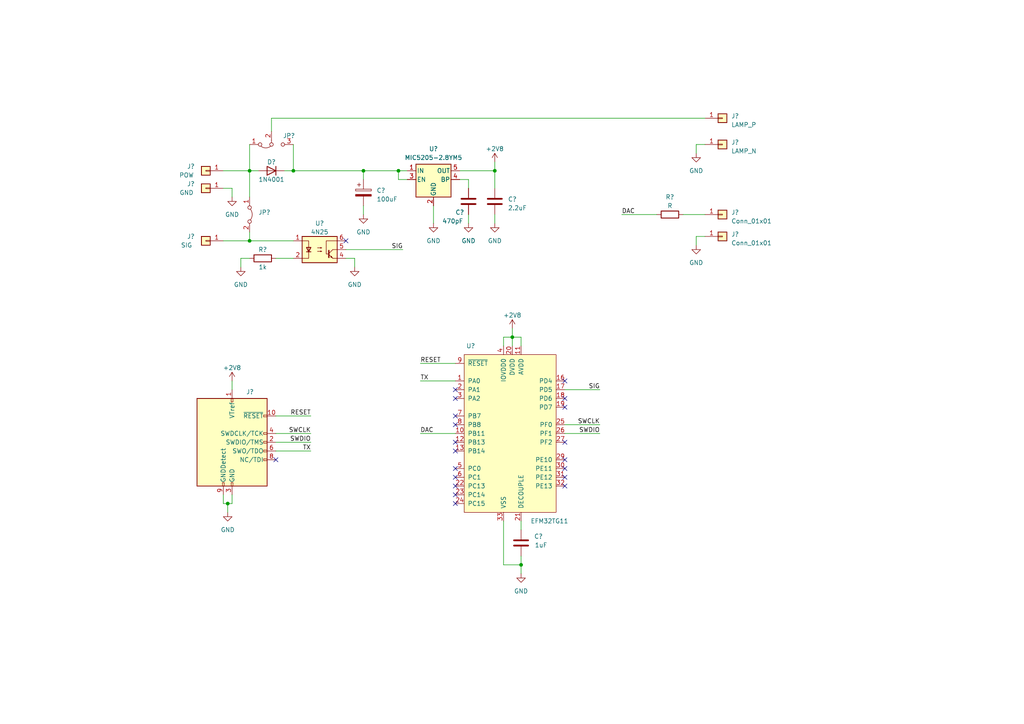
<source format=kicad_sch>
(kicad_sch (version 20210406) (generator eeschema)
  (paper "A4")
  (title_block (title "K184 VDO Tach") (date "2021-09-09") (rev "1.0") (company "perigoso"))
  (lib_symbols
    (symbol "Connector:Conn_ARM_JTAG_SWD_10" (pin_names (offset 1.016))
      (property "Reference" "J" (at -2.54 16.51 0))
      (property "Value" "Conn_ARM_JTAG_SWD_10" (at -2.54 13.97 0))
      (symbol "Conn_ARM_JTAG_SWD_10_0_1"
        (rectangle (start -2.794 -12.7) (end -2.286 -11.684))
        (rectangle (start -0.254 -12.7) (end 0.254 -11.684))
        (rectangle (start -0.254 12.7) (end 0.254 11.684))
        (rectangle (start 9.144 2.286) (end 10.16 2.794))
        (rectangle (start 10.16 -2.794) (end 9.144 -2.286))
        (rectangle (start 10.16 -0.254) (end 9.144 0.254))
        (rectangle (start 10.16 7.874) (end 9.144 7.366))
        (rectangle (start -10.16 12.7) (end 10.16 -12.7) (stroke (width 0.254)) (fill (type background)))
      )
      (symbol "Conn_ARM_JTAG_SWD_10_1_1"
        (rectangle (start 9.144 -5.334) (end 10.16 -4.826))
        (pin power_in line (at 0 15.24 270) (length 2.54) (name "VTref") (number "1"))
        (pin open_collector line (at 12.7 7.62 180) (length 2.54) (name "~RESET~") (number "10"))
        (pin bidirectional line (at 12.7 0 180) (length 2.54) (name "SWDIO/TMS") (number "2"))
        (pin power_in line (at 0 -15.24 90) (length 2.54) (name "GND") (number "3"))
        (pin output line (at 12.7 2.54 180) (length 2.54) (name "SWDCLK/TCK") (number "4"))
        (pin passive line (at 0 -15.24 90) (length 2.54) hide (name "GND") (number "5"))
        (pin input line (at 12.7 -2.54 180) (length 2.54) (name "SWO/TDO") (number "6"))
        (pin no_connect line (at -10.16 0 0) (length 2.54) hide (name "KEY") (number "7"))
        (pin output line (at 12.7 -5.08 180) (length 2.54) (name "NC/TDI") (number "8"))
        (pin passive line (at -2.54 -15.24 90) (length 2.54) (name "GNDDetect") (number "9"))
      )
    )
    (symbol "Connector_Generic:Conn_01x01" (pin_names (offset 1.016) hide)
      (property "Reference" "J" (at 0 2.54 0))
      (property "Value" "Conn_01x01" (at 0 -2.54 0))
      (symbol "Conn_01x01_1_1"
        (rectangle (start -1.27 0.127) (end 0 -0.127) (stroke (width 0.1524)))
        (rectangle (start -1.27 1.27) (end 1.27 -1.27) (stroke (width 0.254)) (fill (type background)))
        (pin passive line (at -5.08 0 0) (length 3.81) (name "Pin_1") (number "1"))
      )
    )
    (symbol "Device:C" (pin_numbers hide) (pin_names (offset 0.254))
      (property "Reference" "C" (at 0.635 2.54 0))
      (property "Value" "C" (at 0.635 -2.54 0))
      (symbol "C_0_1"
        (polyline (pts (xy -2.032 -0.762) (xy 2.032 -0.762)) (stroke (width 0.508)))
        (polyline (pts (xy -2.032 0.762) (xy 2.032 0.762)) (stroke (width 0.508)))
      )
      (symbol "C_1_1"
        (pin passive line (at 0 3.81 270) (length 2.794) (name "~") (number "1"))
        (pin passive line (at 0 -3.81 90) (length 2.794) (name "~") (number "2"))
      )
    )
    (symbol "Device:C_Polarized" (pin_numbers hide) (pin_names (offset 0.254))
      (property "Reference" "C" (at 0.635 2.54 0))
      (property "Value" "C_Polarized" (at 0.635 -2.54 0))
      (symbol "C_Polarized_0_1"
        (rectangle (start -2.286 0.508) (end 2.286 1.016))
        (rectangle (start 2.286 -0.508) (end -2.286 -1.016) (fill (type outline)))
        (polyline (pts (xy -1.778 2.286) (xy -0.762 2.286)))
        (polyline (pts (xy -1.27 2.794) (xy -1.27 1.778)))
      )
      (symbol "C_Polarized_1_1"
        (pin passive line (at 0 3.81 270) (length 2.794) (name "~") (number "1"))
        (pin passive line (at 0 -3.81 90) (length 2.794) (name "~") (number "2"))
      )
    )
    (symbol "Device:R" (pin_numbers hide) (pin_names (offset 0))
      (property "Reference" "R" (at 2.032 0 90))
      (property "Value" "R" (at 0 0 90))
      (symbol "R_0_1"
        (rectangle (start -1.016 -2.54) (end 1.016 2.54) (stroke (width 0.254)))
      )
      (symbol "R_1_1"
        (pin passive line (at 0 3.81 270) (length 1.27) (name "~") (number "1"))
        (pin passive line (at 0 -3.81 90) (length 1.27) (name "~") (number "2"))
      )
    )
    (symbol "Diode:1N4001" (pin_numbers hide) (pin_names (offset 1.016) hide)
      (property "Reference" "D" (at 0 2.54 0))
      (property "Value" "1N4001" (at 0 -2.54 0))
      (symbol "1N4001_0_1"
        (polyline (pts (xy -1.27 1.27) (xy -1.27 -1.27)) (stroke (width 0.254)))
        (polyline (pts (xy 1.27 0) (xy -1.27 0)))
        (polyline (pts (xy 1.27 1.27) (xy 1.27 -1.27) (xy -1.27 0) (xy 1.27 1.27)) (stroke (width 0.254)))
      )
      (symbol "1N4001_1_1"
        (pin passive line (at -3.81 0 0) (length 2.54) (name "K") (number "1"))
        (pin passive line (at 3.81 0 180) (length 2.54) (name "A") (number "2"))
      )
    )
    (symbol "Isolator:4N25" (pin_names (offset 1.016))
      (property "Reference" "U" (at -5.08 5.08 0))
      (property "Value" "4N25" (at 0 5.08 0))
      (symbol "4N25_0_1"
        (rectangle (start -5.08 3.81) (end 5.08 -3.81) (stroke (width 0.254)) (fill (type background)))
        (polyline (pts (xy -3.81 -0.635) (xy -2.54 -0.635)) (stroke (width 0.254)))
        (polyline (pts (xy 2.667 -1.397) (xy 3.81 -2.54)))
        (polyline (pts (xy 2.667 -1.143) (xy 3.81 0)))
        (polyline (pts (xy 3.81 -2.54) (xy 5.08 -2.54)))
        (polyline (pts (xy 3.81 0) (xy 5.08 0)))
        (polyline (pts (xy 2.667 -0.254) (xy 2.667 -2.286) (xy 2.667 -2.286)) (stroke (width 0.3556)))
        (polyline (pts (xy -5.08 -2.54) (xy -3.175 -2.54) (xy -3.175 2.54) (xy -5.08 2.54)))
        (polyline (pts (xy -3.175 -0.635) (xy -3.81 0.635) (xy -2.54 0.635) (xy -3.175 -0.635)) (stroke (width 0.254)))
        (polyline (pts (xy 3.683 -2.413) (xy 3.429 -1.905) (xy 3.175 -2.159) (xy 3.683 -2.413)))
        (polyline (pts (xy 5.08 2.54) (xy 1.905 2.54) (xy 1.905 -1.27) (xy 2.54 -1.27)))
        (polyline (pts (xy -0.635 -0.508) (xy 0.635 -0.508) (xy 0.254 -0.635) (xy 0.254 -0.381) (xy 0.635 -0.508)))
        (polyline (pts (xy -0.635 0.508) (xy 0.635 0.508) (xy 0.254 0.381) (xy 0.254 0.635) (xy 0.635 0.508)))
      )
      (symbol "4N25_1_1"
        (pin passive line (at -7.62 2.54 0) (length 2.54) (name "~") (number "1"))
        (pin passive line (at -7.62 -2.54 0) (length 2.54) (name "~") (number "2"))
        (pin no_connect line (at -5.08 0 0) (length 2.54) hide (name "NC") (number "3"))
        (pin passive line (at 7.62 -2.54 180) (length 2.54) (name "~") (number "4"))
        (pin passive line (at 7.62 0 180) (length 2.54) (name "~") (number "5"))
        (pin passive line (at 7.62 2.54 180) (length 2.54) (name "~") (number "6"))
      )
    )
    (symbol "Jumper:Jumper_2_Bridged" (pin_names (offset 0) hide)
      (property "Reference" "JP" (at 0 1.905 0))
      (property "Value" "Jumper_2_Bridged" (at 0 -2.54 0))
      (symbol "Jumper_2_Bridged_0_0"
        (circle (center -2.032 0) (radius 0.508))
        (circle (center 2.032 0) (radius 0.508))
      )
      (symbol "Jumper_2_Bridged_0_1"
        (arc (start -1.524 0.254) (end 1.524 0.254) (radius (at 0 -1.778) (length 2.54) (angles 126.9 53.1)))
      )
      (symbol "Jumper_2_Bridged_1_1"
        (pin passive line (at -5.08 0 0) (length 2.54) (name "A") (number "1"))
        (pin passive line (at 5.08 0 180) (length 2.54) (name "B") (number "2"))
      )
    )
    (symbol "Jumper:Jumper_3_Bridged12" (pin_names (offset 0) hide)
      (property "Reference" "JP" (at -2.54 -2.54 0))
      (property "Value" "Jumper_3_Bridged12" (at 0 2.794 0))
      (symbol "Jumper_3_Bridged12_0_0"
        (circle (center -3.302 0) (radius 0.508))
        (circle (center 0 0) (radius 0.508))
        (circle (center 3.302 0) (radius 0.508))
      )
      (symbol "Jumper_3_Bridged12_0_1"
        (arc (start -3.048 0.508) (end -0.254 0.508) (radius (at -1.651 -1.27) (length 2.2606) (angles 128.2 51.8)))
        (polyline (pts (xy 0 -1.27) (xy 0 -0.508)))
      )
      (symbol "Jumper_3_Bridged12_1_1"
        (pin passive line (at -6.35 0 0) (length 2.54) (name "A") (number "1"))
        (pin input line (at 0 -3.81 90) (length 2.54) (name "C") (number "2"))
        (pin passive line (at 6.35 0 180) (length 2.54) (name "B") (number "3"))
      )
    )
    (symbol "Regulator_Linear:MIC5205-2.8YM5" (pin_names (offset 0.254))
      (property "Reference" "U" (at -3.81 5.715 0))
      (property "Value" "MIC5205-2.8YM5" (at 0 5.715 0))
      (symbol "MIC5205-2.8YM5_0_1"
        (rectangle (start -5.08 4.445) (end 5.08 -5.08) (stroke (width 0.254)) (fill (type background)))
      )
      (symbol "MIC5205-2.8YM5_1_1"
        (pin power_in line (at -7.62 2.54 0) (length 2.54) (name "IN") (number "1"))
        (pin power_in line (at 0 -7.62 90) (length 2.54) (name "GND") (number "2"))
        (pin input line (at -7.62 0 0) (length 2.54) (name "EN") (number "3"))
        (pin input line (at 7.62 0 180) (length 2.54) (name "BP") (number "4"))
        (pin power_out line (at 7.62 2.54 180) (length 2.54) (name "OUT") (number "5"))
      )
    )
    (symbol "gecko:MCU_silabs_efm32_EFM32TG11B140-QFN32" (pin_names (offset 1.016))
      (property "Reference" "U" (at -13.97 -22.86 0))
      (property "Value" "MCU_silabs_efm32_EFM32TG11B140-QFN32" (at -13.97 -22.86 0))
      (symbol "MCU_silabs_efm32_EFM32TG11B140-QFN32_0_1"
        (rectangle (start -13.97 25.4) (end 12.7 -20.32) (fill (type background)))
      )
      (symbol "MCU_silabs_efm32_EFM32TG11B140-QFN32_1_1"
        (pin bidirectional line (at -16.51 17.78 0) (length 2.54) (name "PA0") (number "1"))
        (pin bidirectional line (at -16.51 2.54 0) (length 2.54) (name "PB11") (number "10"))
        (pin power_in line (at 2.54 27.94 270) (length 2.54) (name "AVDD") (number "11"))
        (pin bidirectional line (at -16.51 0 0) (length 2.54) (name "PB13") (number "12"))
        (pin bidirectional line (at -16.51 -2.54 0) (length 2.54) (name "PB14") (number "13"))
        (pin power_in line (at -2.54 27.94 270) (length 2.54) hide (name "IOVDD0") (number "14"))
        (pin power_in line (at 2.54 27.94 270) (length 2.54) hide (name "AVDD") (number "15"))
        (pin bidirectional line (at 15.24 17.78 180) (length 2.54) (name "PD4") (number "16"))
        (pin bidirectional line (at 15.24 15.24 180) (length 2.54) (name "PD5") (number "17"))
        (pin bidirectional line (at 15.24 12.7 180) (length 2.54) (name "PD6") (number "18"))
        (pin bidirectional line (at 15.24 10.16 180) (length 2.54) (name "PD7") (number "19"))
        (pin bidirectional line (at -16.51 15.24 0) (length 2.54) (name "PA1") (number "2"))
        (pin power_in line (at 0 27.94 270) (length 2.54) (name "DVDD") (number "20"))
        (pin power_out line (at 2.54 -22.86 90) (length 2.54) (name "DECOUPLE") (number "21"))
        (pin bidirectional line (at -16.51 -12.7 0) (length 2.54) (name "PC13") (number "22"))
        (pin bidirectional line (at -16.51 -15.24 0) (length 2.54) (name "PC14") (number "23"))
        (pin bidirectional line (at -16.51 -17.78 0) (length 2.54) (name "PC15") (number "24"))
        (pin bidirectional line (at 15.24 5.08 180) (length 2.54) (name "PF0") (number "25"))
        (pin bidirectional line (at 15.24 2.54 180) (length 2.54) (name "PF1") (number "26"))
        (pin bidirectional line (at 15.24 0 180) (length 2.54) (name "PF2") (number "27"))
        (pin power_in line (at -2.54 27.94 270) (length 2.54) hide (name "IOVDD0") (number "28"))
        (pin bidirectional line (at 15.24 -5.08 180) (length 2.54) (name "PE10") (number "29"))
        (pin bidirectional line (at -16.51 12.7 0) (length 2.54) (name "PA2") (number "3"))
        (pin bidirectional line (at 15.24 -7.62 180) (length 2.54) (name "PE11") (number "30"))
        (pin bidirectional line (at 15.24 -10.16 180) (length 2.54) (name "PE12") (number "31"))
        (pin bidirectional line (at 15.24 -12.7 180) (length 2.54) (name "PE13") (number "32"))
        (pin power_in line (at -2.54 -22.86 90) (length 2.54) (name "VSS") (number "33"))
        (pin power_in line (at -2.54 27.94 270) (length 2.54) (name "IOVDD0") (number "4"))
        (pin bidirectional line (at -16.51 -7.62 0) (length 2.54) (name "PC0") (number "5"))
        (pin bidirectional line (at -16.51 -10.16 0) (length 2.54) (name "PC1") (number "6"))
        (pin bidirectional line (at -16.51 7.62 0) (length 2.54) (name "PB7") (number "7"))
        (pin bidirectional line (at -16.51 5.08 0) (length 2.54) (name "PB8") (number "8"))
        (pin input line (at -16.51 22.86 0) (length 2.54) (name "~RESET") (number "9"))
      )
    )
    (symbol "power:+2V8" (power) (pin_names (offset 0))
      (property "Value" "+2V8" (at 0 3.556 0))
      (symbol "+2V8_0_1"
        (polyline (pts (xy -0.762 1.27) (xy 0 2.54)))
        (polyline (pts (xy 0 0) (xy 0 2.54)))
        (polyline (pts (xy 0 2.54) (xy 0.762 1.27)))
      )
      (symbol "+2V8_1_1"
        (pin power_in line (at 0 0 90) (length 0) hide (name "+2V8") (number "1"))
      )
    )
    (symbol "power:GND" (power) (pin_names (offset 0))
      (property "Value" "GND" (at 0 -3.81 0))
      (symbol "GND_0_1"
        (polyline (pts (xy 0 0) (xy 0 -1.27) (xy 1.27 -1.27) (xy 0 -2.54) (xy -1.27 -1.27) (xy 0 -1.27)))
      )
      (symbol "GND_1_1"
        (pin power_in line (at 0 0 270) (length 0) hide (name "GND") (number "1"))
      )
    )
  )
  (junction (at 66.04 146.05) (diameter 0.9144))
  (junction (at 72.39 49.53) (diameter 0.9144))
  (junction (at 72.39 69.85) (diameter 0.9144))
  (junction (at 85.09 49.53) (diameter 0.9144))
  (junction (at 105.41 49.53) (diameter 0.9144))
  (junction (at 115.57 49.53) (diameter 0.9144))
  (junction (at 143.51 49.53) (diameter 0.9144))
  (junction (at 148.59 97.79) (diameter 0.9144))
  (junction (at 151.13 163.83) (diameter 0.9144))
  (no_connect (at 80.01 133.35))
  (no_connect (at 100.33 69.85))
  (no_connect (at 132.08 113.03))
  (no_connect (at 132.08 115.57))
  (no_connect (at 132.08 120.65))
  (no_connect (at 132.08 123.19))
  (no_connect (at 132.08 128.27))
  (no_connect (at 132.08 130.81))
  (no_connect (at 132.08 135.89))
  (no_connect (at 132.08 138.43))
  (no_connect (at 132.08 140.97))
  (no_connect (at 132.08 143.51))
  (no_connect (at 132.08 146.05))
  (no_connect (at 163.83 110.49))
  (no_connect (at 163.83 115.57))
  (no_connect (at 163.83 118.11))
  (no_connect (at 163.83 128.27))
  (no_connect (at 163.83 133.35))
  (no_connect (at 163.83 135.89))
  (no_connect (at 163.83 138.43))
  (no_connect (at 163.83 140.97))
  (wire (pts (xy 64.77 54.61) (xy 67.31 54.61)))
  (wire (pts (xy 64.77 69.85) (xy 72.39 69.85)))
  (wire (pts (xy 64.77 143.51) (xy 64.77 146.05)))
  (wire (pts (xy 66.04 146.05) (xy 64.77 146.05)))
  (wire (pts (xy 66.04 146.05) (xy 67.31 146.05)))
  (wire (pts (xy 66.04 148.59) (xy 66.04 146.05)))
  (wire (pts (xy 67.31 54.61) (xy 67.31 57.15)))
  (wire (pts (xy 67.31 110.49) (xy 67.31 113.03)))
  (wire (pts (xy 67.31 143.51) (xy 67.31 146.05)))
  (wire (pts (xy 69.85 74.93) (xy 69.85 77.47)))
  (wire (pts (xy 69.85 74.93) (xy 72.39 74.93)))
  (wire (pts (xy 72.39 41.91) (xy 72.39 49.53)))
  (wire (pts (xy 72.39 49.53) (xy 64.77 49.53)))
  (wire (pts (xy 72.39 49.53) (xy 74.93 49.53)))
  (wire (pts (xy 72.39 57.15) (xy 72.39 49.53)))
  (wire (pts (xy 72.39 67.31) (xy 72.39 69.85)))
  (wire (pts (xy 72.39 69.85) (xy 85.09 69.85)))
  (wire (pts (xy 78.74 34.29) (xy 78.74 38.1)))
  (wire (pts (xy 78.74 34.29) (xy 204.47 34.29)))
  (wire (pts (xy 80.01 74.93) (xy 85.09 74.93)))
  (wire (pts (xy 80.01 120.65) (xy 90.17 120.65)))
  (wire (pts (xy 80.01 125.73) (xy 90.17 125.73)))
  (wire (pts (xy 80.01 128.27) (xy 90.17 128.27)))
  (wire (pts (xy 82.55 49.53) (xy 85.09 49.53)))
  (wire (pts (xy 85.09 41.91) (xy 85.09 49.53)))
  (wire (pts (xy 85.09 49.53) (xy 105.41 49.53)))
  (wire (pts (xy 90.17 130.81) (xy 80.01 130.81)))
  (wire (pts (xy 100.33 72.39) (xy 116.84 72.39)))
  (wire (pts (xy 100.33 74.93) (xy 102.87 74.93)))
  (wire (pts (xy 102.87 74.93) (xy 102.87 77.47)))
  (wire (pts (xy 105.41 49.53) (xy 105.41 52.07)))
  (wire (pts (xy 105.41 49.53) (xy 115.57 49.53)))
  (wire (pts (xy 105.41 59.69) (xy 105.41 62.23)))
  (wire (pts (xy 115.57 49.53) (xy 118.11 49.53)))
  (wire (pts (xy 115.57 52.07) (xy 115.57 49.53)))
  (wire (pts (xy 118.11 52.07) (xy 115.57 52.07)))
  (wire (pts (xy 121.92 110.49) (xy 132.08 110.49)))
  (wire (pts (xy 121.92 125.73) (xy 132.08 125.73)))
  (wire (pts (xy 125.73 59.69) (xy 125.73 64.77)))
  (wire (pts (xy 132.08 105.41) (xy 121.92 105.41)))
  (wire (pts (xy 133.35 49.53) (xy 143.51 49.53)))
  (wire (pts (xy 133.35 52.07) (xy 135.89 52.07)))
  (wire (pts (xy 135.89 52.07) (xy 135.89 54.61)))
  (wire (pts (xy 135.89 62.23) (xy 135.89 64.77)))
  (wire (pts (xy 143.51 46.99) (xy 143.51 49.53)))
  (wire (pts (xy 143.51 49.53) (xy 143.51 54.61)))
  (wire (pts (xy 143.51 62.23) (xy 143.51 64.77)))
  (wire (pts (xy 146.05 97.79) (xy 148.59 97.79)))
  (wire (pts (xy 146.05 100.33) (xy 146.05 97.79)))
  (wire (pts (xy 146.05 151.13) (xy 146.05 163.83)))
  (wire (pts (xy 146.05 163.83) (xy 151.13 163.83)))
  (wire (pts (xy 148.59 95.25) (xy 148.59 97.79)))
  (wire (pts (xy 148.59 97.79) (xy 148.59 100.33)))
  (wire (pts (xy 148.59 97.79) (xy 151.13 97.79)))
  (wire (pts (xy 151.13 97.79) (xy 151.13 100.33)))
  (wire (pts (xy 151.13 151.13) (xy 151.13 153.67)))
  (wire (pts (xy 151.13 161.29) (xy 151.13 163.83)))
  (wire (pts (xy 151.13 163.83) (xy 151.13 166.37)))
  (wire (pts (xy 163.83 113.03) (xy 173.99 113.03)))
  (wire (pts (xy 163.83 123.19) (xy 173.99 123.19)))
  (wire (pts (xy 163.83 125.73) (xy 173.99 125.73)))
  (wire (pts (xy 180.34 62.23) (xy 190.5 62.23)))
  (wire (pts (xy 198.12 62.23) (xy 204.47 62.23)))
  (wire (pts (xy 201.93 41.91) (xy 201.93 44.45)))
  (wire (pts (xy 201.93 68.58) (xy 201.93 71.12)))
  (wire (pts (xy 204.47 41.91) (xy 201.93 41.91)))
  (wire (pts (xy 204.47 68.58) (xy 201.93 68.58)))
  (label "RESET" (at 90.17 120.65 180))
  (label "SWCLK" (at 90.17 125.73 180))
  (label "SWDIO" (at 90.17 128.27 180))
  (label "TX" (at 90.17 130.81 180))
  (label "SIG" (at 116.84 72.39 180))
  (label "RESET" (at 121.92 105.41 0))
  (label "TX" (at 121.92 110.49 0))
  (label "DAC" (at 121.92 125.73 0))
  (label "SIG" (at 173.99 113.03 180))
  (label "SWCLK" (at 173.99 123.19 180))
  (label "SWDIO" (at 173.99 125.73 180))
  (label "DAC" (at 180.34 62.23 0))
  (symbol (lib_id "power:+2V8") (at 67.31 110.49 0) (unit 1)
    (property "Reference" "#PWR?" (effects hide))
    (property "Value" "+2V8" (at 67.31 106.68 0))
  )
  (symbol (lib_id "power:+2V8") (at 143.51 46.99 0) (unit 1)
    (property "Reference" "#PWR?" (effects hide))
    (property "Value" "+2V8" (at 143.51 43.18 0))
  )
  (symbol (lib_id "power:+2V8") (at 148.59 95.25 0) (unit 1)
    (property "Reference" "#PWR?" (effects hide))
    (property "Value" "+2V8" (at 148.59 91.44 0))
  )
  (symbol (lib_id "power:GND") (at 66.04 148.59 0) (unit 1)
    (property "Reference" "#PWR?" (effects hide))
    (property "Value" "GND" (at 66.04 153.67 0))
  )
  (symbol (lib_id "power:GND") (at 67.31 57.15 0) (unit 1)
    (property "Reference" "#PWR?" (effects hide))
    (property "Value" "GND" (at 67.31 62.23 0))
  )
  (symbol (lib_id "power:GND") (at 69.85 77.47 0) (unit 1)
    (property "Reference" "#PWR?" (effects hide))
    (property "Value" "GND" (at 69.85 82.55 0))
  )
  (symbol (lib_id "power:GND") (at 102.87 77.47 0) (unit 1)
    (property "Reference" "#PWR?" (effects hide))
    (property "Value" "GND" (at 102.87 82.55 0))
  )
  (symbol (lib_id "power:GND") (at 105.41 62.23 0) (unit 1)
    (property "Reference" "#PWR?" (effects hide))
    (property "Value" "GND" (at 105.41 67.31 0))
  )
  (symbol (lib_id "power:GND") (at 125.73 64.77 0) (unit 1)
    (property "Reference" "#PWR?" (effects hide))
    (property "Value" "GND" (at 125.73 69.85 0))
  )
  (symbol (lib_id "power:GND") (at 135.89 64.77 0) (unit 1)
    (property "Reference" "#PWR?" (effects hide))
    (property "Value" "GND" (at 135.89 69.85 0))
  )
  (symbol (lib_id "power:GND") (at 143.51 64.77 0) (unit 1)
    (property "Reference" "#PWR?" (effects hide))
    (property "Value" "GND" (at 143.51 69.85 0))
  )
  (symbol (lib_id "power:GND") (at 151.13 166.37 0) (unit 1)
    (property "Reference" "#PWR?" (effects hide))
    (property "Value" "GND" (at 151.13 171.45 0))
  )
  (symbol (lib_id "power:GND") (at 201.93 44.45 0) (mirror y) (unit 1)
    (property "Reference" "#PWR?" (effects hide))
    (property "Value" "GND" (at 201.93 49.53 0))
  )
  (symbol (lib_id "power:GND") (at 201.93 71.12 0) (mirror y) (unit 1)
    (property "Reference" "#PWR?" (effects hide))
    (property "Value" "GND" (at 201.93 76.2 0))
  )
  (symbol (lib_id "Jumper:Jumper_2_Bridged") (at 72.39 62.23 270) (unit 1)
    (property "Reference" "JP?" (at 74.93 61.5949 90) (effects (justify left)))
    (property "Value" "Jumper_2_Bridged" (effects hide))
  )
  (symbol (lib_id "Connector_Generic:Conn_01x01") (at 59.69 49.53 180) (unit 1)
    (property "Reference" "J?" (at 55.372 48.26 0))
    (property "Value" "POW" (at 54.102 50.8 0))
  )
  (symbol (lib_id "Connector_Generic:Conn_01x01") (at 59.69 54.61 180) (unit 1)
    (property "Reference" "J?" (at 55.372 53.34 0))
    (property "Value" "GND" (at 54.102 55.88 0))
  )
  (symbol (lib_id "Connector_Generic:Conn_01x01") (at 59.69 69.85 180) (unit 1)
    (property "Reference" "J?" (at 55.372 68.58 0))
    (property "Value" "SIG" (at 54.102 71.12 0))
  )
  (symbol (lib_id "Connector_Generic:Conn_01x01") (at 209.55 34.29 0) (unit 1)
    (property "Reference" "J?" (at 212.09 33.6549 0) (effects (justify left)))
    (property "Value" "LAMP_P" (at 212.09 36.1949 0) (effects (justify left)))
  )
  (symbol (lib_id "Connector_Generic:Conn_01x01") (at 209.55 41.91 0) (unit 1)
    (property "Reference" "J?" (at 212.09 41.2749 0) (effects (justify left)))
    (property "Value" "LAMP_N" (at 212.09 43.8149 0) (effects (justify left)))
  )
  (symbol (lib_id "Connector_Generic:Conn_01x01") (at 209.55 62.23 0) (unit 1)
    (property "Reference" "J?" (at 212.09 61.5949 0) (effects (justify left)))
    (property "Value" "Conn_01x01" (at 212.09 64.1349 0) (effects (justify left)))
  )
  (symbol (lib_id "Connector_Generic:Conn_01x01") (at 209.55 68.58 0) (unit 1)
    (property "Reference" "J?" (at 212.09 67.9449 0) (effects (justify left)))
    (property "Value" "Conn_01x01" (at 212.09 70.4849 0) (effects (justify left)))
  )
  (symbol (lib_id "Device:R") (at 76.2 74.93 90) (unit 1)
    (property "Reference" "R?" (at 76.2 72.39 90))
    (property "Value" "1k" (at 76.2 77.47 90))
  )
  (symbol (lib_id "Device:R") (at 194.31 62.23 90) (unit 1)
    (property "Reference" "R?" (at 194.31 57.15 90))
    (property "Value" "R" (at 194.31 59.69 90))
  )
  (symbol (lib_id "Diode:1N4001") (at 78.74 49.53 180) (unit 1)
    (property "Reference" "D?" (at 78.74 46.99 0))
    (property "Value" "1N4001" (at 78.74 52.07 0))
    (property "Footprint" "Diode_THT:D_DO-41_SOD81_P10.16mm_Horizontal" (effects hide))
    (property "Datasheet" "http://www.vishay.com/docs/88503/1n4001.pdf" (effects hide))
  )
  (symbol (lib_id "Device:C_Polarized") (at 105.41 55.88 0) (unit 1)
    (property "Reference" "C?" (at 109.22 55.2449 0) (effects (justify left)))
    (property "Value" "100uF" (at 109.22 57.7849 0) (effects (justify left)))
  )
  (symbol (lib_id "Device:C") (at 135.89 58.42 0) (unit 1)
    (property "Reference" "C?" (at 132.08 61.5949 0) (effects (justify left)))
    (property "Value" "470pF" (at 128.27 64.1349 0) (effects (justify left)))
  )
  (symbol (lib_id "Device:C") (at 143.51 58.42 0) (unit 1)
    (property "Reference" "C?" (at 147.32 57.7849 0) (effects (justify left)))
    (property "Value" "2.2uF" (at 147.32 60.3249 0) (effects (justify left)))
  )
  (symbol (lib_id "Device:C") (at 151.13 157.48 0) (mirror y) (unit 1)
    (property "Reference" "C?" (at 157.48 155.5749 0) (effects (justify left)))
    (property "Value" "1uF" (at 158.75 158.1149 0) (effects (justify left)))
  )
  (symbol (lib_id "Jumper:Jumper_3_Bridged12") (at 78.74 41.91 0) (mirror x) (unit 1)
    (property "Reference" "JP?" (at 83.82 39.37 0))
    (property "Value" "Jumper_3_Bridged12" (effects hide))
  )
  (symbol (lib_id "Isolator:4N25") (at 92.71 72.39 0) (unit 1)
    (property "Reference" "U?" (at 92.71 64.77 0))
    (property "Value" "4N25" (at 92.71 67.31 0))
    (property "Footprint" "Package_DIP:DIP-6_W7.62mm" (effects hide))
    (property "Datasheet" "https://www.vishay.com/docs/83725/4n25.pdf" (effects hide))
  )
  (symbol (lib_id "Regulator_Linear:MIC5205-2.8YM5") (at 125.73 52.07 0) (unit 1)
    (property "Reference" "U?" (at 125.73 43.18 0))
    (property "Value" "MIC5205-2.8YM5" (at 125.73 45.72 0))
    (property "Footprint" "Package_TO_SOT_SMD:SOT-23-5" (effects hide))
    (property "Datasheet" "http://ww1.microchip.com/downloads/en/DeviceDoc/20005785A.pdf" (effects hide))
  )
  (symbol (lib_id "Connector:Conn_ARM_JTAG_SWD_10") (at 67.31 128.27 0) (unit 1)
    (property "Reference" "J?" (at 73.66 113.6649 0) (effects (justify right)))
    (property "Value" "Conn_ARM_JTAG_SWD_10" (effects hide))
    (property "Datasheet" "http://infocenter.arm.com/help/topic/com.arm.doc.ddi0314h/DDI0314H_coresight_components_trm.pdf" (effects hide))
  )
  (symbol (lib_id "gecko:MCU_silabs_efm32_EFM32TG11B140-QFN32") (at 148.59 128.27 0) (unit 1)
    (property "Reference" "U?" (at 136.525 100.33 0))
    (property "Value" "EFM32TG11" (at 159.385 151.13 0))
  )
)
</source>
